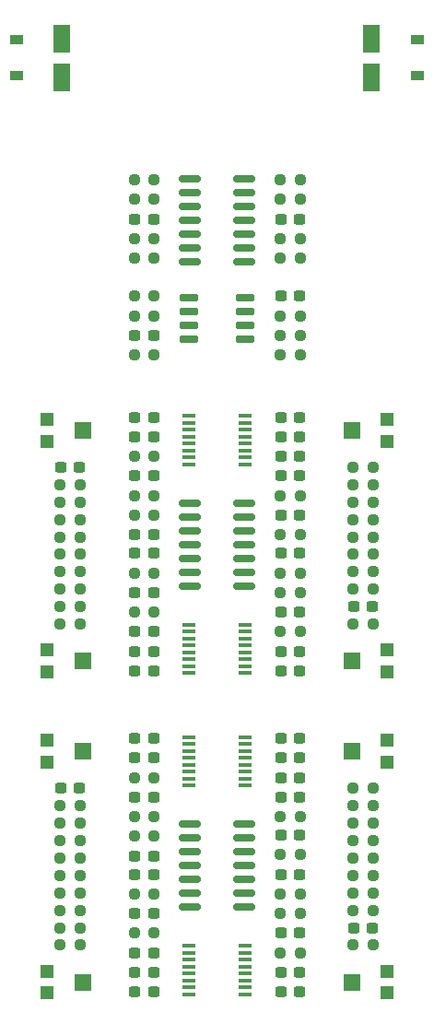
<source format=gbr>
%TF.GenerationSoftware,KiCad,Pcbnew,(6.0.11)*%
%TF.CreationDate,2023-03-01T18:17:23+00:00*%
%TF.ProjectId,Quilter_Components,5175696c-7465-4725-9f43-6f6d706f6e65,rev?*%
%TF.SameCoordinates,Original*%
%TF.FileFunction,Paste,Top*%
%TF.FilePolarity,Positive*%
%FSLAX46Y46*%
G04 Gerber Fmt 4.6, Leading zero omitted, Abs format (unit mm)*
G04 Created by KiCad (PCBNEW (6.0.11)) date 2023-03-01 18:17:23*
%MOMM*%
%LPD*%
G01*
G04 APERTURE LIST*
G04 Aperture macros list*
%AMRoundRect*
0 Rectangle with rounded corners*
0 $1 Rounding radius*
0 $2 $3 $4 $5 $6 $7 $8 $9 X,Y pos of 4 corners*
0 Add a 4 corners polygon primitive as box body*
4,1,4,$2,$3,$4,$5,$6,$7,$8,$9,$2,$3,0*
0 Add four circle primitives for the rounded corners*
1,1,$1+$1,$2,$3*
1,1,$1+$1,$4,$5*
1,1,$1+$1,$6,$7*
1,1,$1+$1,$8,$9*
0 Add four rect primitives between the rounded corners*
20,1,$1+$1,$2,$3,$4,$5,0*
20,1,$1+$1,$4,$5,$6,$7,0*
20,1,$1+$1,$6,$7,$8,$9,0*
20,1,$1+$1,$8,$9,$2,$3,0*%
G04 Aperture macros list end*
%ADD10RoundRect,0.237500X0.300000X0.237500X-0.300000X0.237500X-0.300000X-0.237500X0.300000X-0.237500X0*%
%ADD11RoundRect,0.150000X0.825000X0.150000X-0.825000X0.150000X-0.825000X-0.150000X0.825000X-0.150000X0*%
%ADD12RoundRect,0.237500X0.250000X0.237500X-0.250000X0.237500X-0.250000X-0.237500X0.250000X-0.237500X0*%
%ADD13R,1.200000X1.200000*%
%ADD14R,1.500000X1.600000*%
%ADD15RoundRect,0.237500X-0.300000X-0.237500X0.300000X-0.237500X0.300000X0.237500X-0.300000X0.237500X0*%
%ADD16R,1.200000X0.900000*%
%ADD17RoundRect,0.237500X-0.250000X-0.237500X0.250000X-0.237500X0.250000X0.237500X-0.250000X0.237500X0*%
%ADD18RoundRect,0.150000X-0.825000X-0.150000X0.825000X-0.150000X0.825000X0.150000X-0.825000X0.150000X0*%
%ADD19RoundRect,0.250000X0.550000X-1.050000X0.550000X1.050000X-0.550000X1.050000X-0.550000X-1.050000X0*%
%ADD20R,1.200000X0.400000*%
%ADD21RoundRect,0.150000X0.725000X0.150000X-0.725000X0.150000X-0.725000X-0.150000X0.725000X-0.150000X0*%
G04 APERTURE END LIST*
D10*
%TO.C,C33*%
X64362500Y-137600000D03*
X62637500Y-137600000D03*
%TD*%
D11*
%TO.C,U2*%
X72675000Y-74110000D03*
X72675000Y-72840000D03*
X72675000Y-71570000D03*
X72675000Y-70300000D03*
X72675000Y-69030000D03*
X72675000Y-67760000D03*
X72675000Y-66490000D03*
X67725000Y-66490000D03*
X67725000Y-67760000D03*
X67725000Y-69030000D03*
X67725000Y-70300000D03*
X67725000Y-71570000D03*
X67725000Y-72840000D03*
X67725000Y-74110000D03*
%TD*%
D12*
%TO.C,R44*%
X57612500Y-133700000D03*
X55787500Y-133700000D03*
%TD*%
%TO.C,R23*%
X57612500Y-96200000D03*
X55787500Y-96200000D03*
%TD*%
D13*
%TO.C,FREQ_OFFSET2*%
X85800000Y-111800000D03*
D14*
X82550000Y-110800000D03*
D13*
X85800000Y-109800000D03*
%TD*%
D15*
%TO.C,C4*%
X76037500Y-70187500D03*
X77762500Y-70187500D03*
%TD*%
D16*
%TO.C,D1*%
X88600000Y-57050000D03*
X88600000Y-53750000D03*
%TD*%
D17*
%TO.C,R53*%
X55787500Y-124100000D03*
X57612500Y-124100000D03*
%TD*%
D15*
%TO.C,C38*%
X76037500Y-90200000D03*
X77762500Y-90200000D03*
%TD*%
D12*
%TO.C,R65*%
X84512500Y-133700000D03*
X82687500Y-133700000D03*
%TD*%
D10*
%TO.C,C45*%
X64362500Y-128700000D03*
X62637500Y-128700000D03*
%TD*%
D17*
%TO.C,R58*%
X82687500Y-132100000D03*
X84512500Y-132100000D03*
%TD*%
D15*
%TO.C,C10*%
X76037500Y-97400000D03*
X77762500Y-97400000D03*
%TD*%
%TO.C,C14*%
X76037500Y-109900000D03*
X77762500Y-109900000D03*
%TD*%
D13*
%TO.C,FREQ_OFFSET4*%
X85800000Y-141300000D03*
D14*
X82550000Y-140300000D03*
D13*
X85800000Y-139300000D03*
%TD*%
D12*
%TO.C,R35*%
X77812500Y-102700000D03*
X75987500Y-102700000D03*
%TD*%
D17*
%TO.C,R2*%
X75987500Y-79087500D03*
X77812500Y-79087500D03*
%TD*%
D15*
%TO.C,C30*%
X76037500Y-139400000D03*
X77762500Y-139400000D03*
%TD*%
D10*
%TO.C,C3*%
X64362500Y-80887500D03*
X62637500Y-80887500D03*
%TD*%
D17*
%TO.C,R21*%
X55787500Y-97800000D03*
X57612500Y-97800000D03*
%TD*%
D10*
%TO.C,C28*%
X77762500Y-117900000D03*
X76037500Y-117900000D03*
%TD*%
D12*
%TO.C,R42*%
X77812500Y-125100000D03*
X75987500Y-125100000D03*
%TD*%
D15*
%TO.C,C15*%
X76037500Y-111700000D03*
X77762500Y-111700000D03*
%TD*%
D13*
%TO.C,V_OCT4*%
X85800000Y-120100000D03*
D14*
X82550000Y-119100000D03*
D13*
X85800000Y-118100000D03*
%TD*%
D15*
%TO.C,C31*%
X76037500Y-141200000D03*
X77762500Y-141200000D03*
%TD*%
D10*
%TO.C,C11*%
X57562500Y-93000000D03*
X55837500Y-93000000D03*
%TD*%
D17*
%TO.C,R37*%
X75987500Y-104500000D03*
X77812500Y-104500000D03*
%TD*%
%TO.C,R57*%
X82687500Y-128900000D03*
X84512500Y-128900000D03*
%TD*%
D12*
%TO.C,R50*%
X64412500Y-126900000D03*
X62587500Y-126900000D03*
%TD*%
D15*
%TO.C,C9*%
X76037500Y-92000000D03*
X77762500Y-92000000D03*
%TD*%
D17*
%TO.C,R51*%
X75987500Y-128600000D03*
X77812500Y-128600000D03*
%TD*%
%TO.C,R27*%
X55787500Y-94600000D03*
X57612500Y-94600000D03*
%TD*%
%TO.C,R33*%
X82687500Y-96200000D03*
X84512500Y-96200000D03*
%TD*%
D12*
%TO.C,R9*%
X64412500Y-68387500D03*
X62587500Y-68387500D03*
%TD*%
%TO.C,R13*%
X64412500Y-66587500D03*
X62587500Y-66587500D03*
%TD*%
%TO.C,R46*%
X57612500Y-128900000D03*
X55787500Y-128900000D03*
%TD*%
%TO.C,R22*%
X64412500Y-95600000D03*
X62587500Y-95600000D03*
%TD*%
D18*
%TO.C,U4*%
X67725000Y-125790000D03*
X67725000Y-127060000D03*
X67725000Y-128330000D03*
X67725000Y-129600000D03*
X67725000Y-130870000D03*
X67725000Y-132140000D03*
X67725000Y-133410000D03*
X72675000Y-133410000D03*
X72675000Y-132140000D03*
X72675000Y-130870000D03*
X72675000Y-129600000D03*
X72675000Y-128330000D03*
X72675000Y-127060000D03*
X72675000Y-125790000D03*
%TD*%
D19*
%TO.C,C2*%
X55900000Y-57200000D03*
X55900000Y-53600000D03*
%TD*%
D15*
%TO.C,C22*%
X62637500Y-119700000D03*
X64362500Y-119700000D03*
%TD*%
D10*
%TO.C,C17*%
X64362500Y-108100000D03*
X62637500Y-108100000D03*
%TD*%
%TO.C,C40*%
X64362500Y-93800000D03*
X62637500Y-93800000D03*
%TD*%
%TO.C,C19*%
X84462500Y-105800000D03*
X82737500Y-105800000D03*
%TD*%
D12*
%TO.C,R38*%
X64412500Y-102700000D03*
X62587500Y-102700000D03*
%TD*%
%TO.C,R18*%
X57612500Y-104200000D03*
X55787500Y-104200000D03*
%TD*%
D13*
%TO.C,V_OCT3*%
X54600000Y-118100000D03*
D14*
X57850000Y-119100000D03*
D13*
X54600000Y-120100000D03*
%TD*%
D12*
%TO.C,R16*%
X77812500Y-95600000D03*
X75987500Y-95600000D03*
%TD*%
%TO.C,R10*%
X64412500Y-71987500D03*
X62587500Y-71987500D03*
%TD*%
D13*
%TO.C,V_OCT1*%
X54600000Y-88600000D03*
D14*
X57850000Y-89600000D03*
D13*
X54600000Y-90600000D03*
%TD*%
D10*
%TO.C,C18*%
X64362500Y-100900000D03*
X62637500Y-100900000D03*
%TD*%
D17*
%TO.C,R62*%
X75987500Y-137600000D03*
X77812500Y-137600000D03*
%TD*%
D12*
%TO.C,R34*%
X84512500Y-99400000D03*
X82687500Y-99400000D03*
%TD*%
%TO.C,R69*%
X57612500Y-132100000D03*
X55787500Y-132100000D03*
%TD*%
D16*
%TO.C,D2*%
X51800000Y-53750000D03*
X51800000Y-57050000D03*
%TD*%
D12*
%TO.C,R19*%
X57612500Y-102600000D03*
X55787500Y-102600000D03*
%TD*%
%TO.C,R64*%
X64412500Y-132200000D03*
X62587500Y-132200000D03*
%TD*%
D15*
%TO.C,C21*%
X76037500Y-123300000D03*
X77762500Y-123300000D03*
%TD*%
%TO.C,C5*%
X76037500Y-77287500D03*
X77762500Y-77287500D03*
%TD*%
D20*
%TO.C,U7*%
X67600000Y-107477500D03*
X67600000Y-108112500D03*
X67600000Y-108747500D03*
X67600000Y-109382500D03*
X67600000Y-110017500D03*
X67600000Y-110652500D03*
X67600000Y-111287500D03*
X67600000Y-111922500D03*
X72800000Y-111922500D03*
X72800000Y-111287500D03*
X72800000Y-110652500D03*
X72800000Y-110017500D03*
X72800000Y-109382500D03*
X72800000Y-108747500D03*
X72800000Y-108112500D03*
X72800000Y-107477500D03*
%TD*%
D17*
%TO.C,R68*%
X82687500Y-102600000D03*
X84512500Y-102600000D03*
%TD*%
D10*
%TO.C,C34*%
X64362500Y-130400000D03*
X62637500Y-130400000D03*
%TD*%
D17*
%TO.C,R36*%
X75987500Y-108100000D03*
X77812500Y-108100000D03*
%TD*%
D12*
%TO.C,R3*%
X64412500Y-77287500D03*
X62587500Y-77287500D03*
%TD*%
D17*
%TO.C,R6*%
X75987500Y-82687500D03*
X77812500Y-82687500D03*
%TD*%
D12*
%TO.C,R56*%
X57612500Y-135300000D03*
X55787500Y-135300000D03*
%TD*%
D17*
%TO.C,R52*%
X62587500Y-121500000D03*
X64412500Y-121500000D03*
%TD*%
D20*
%TO.C,U10*%
X67600000Y-136977500D03*
X67600000Y-137612500D03*
X67600000Y-138247500D03*
X67600000Y-138882500D03*
X67600000Y-139517500D03*
X67600000Y-140152500D03*
X67600000Y-140787500D03*
X67600000Y-141422500D03*
X72800000Y-141422500D03*
X72800000Y-140787500D03*
X72800000Y-140152500D03*
X72800000Y-139517500D03*
X72800000Y-138882500D03*
X72800000Y-138247500D03*
X72800000Y-137612500D03*
X72800000Y-136977500D03*
%TD*%
D17*
%TO.C,R7*%
X75987500Y-71987500D03*
X77812500Y-71987500D03*
%TD*%
D12*
%TO.C,R67*%
X57612500Y-99400000D03*
X55787500Y-99400000D03*
%TD*%
%TO.C,R54*%
X57612500Y-136900000D03*
X55787500Y-136900000D03*
%TD*%
D15*
%TO.C,C24*%
X76037500Y-119700000D03*
X77762500Y-119700000D03*
%TD*%
D17*
%TO.C,R12*%
X75987500Y-66587500D03*
X77812500Y-66587500D03*
%TD*%
%TO.C,R26*%
X62587500Y-92000000D03*
X64412500Y-92000000D03*
%TD*%
D12*
%TO.C,R20*%
X57612500Y-101000000D03*
X55787500Y-101000000D03*
%TD*%
D17*
%TO.C,R8*%
X75987500Y-68387500D03*
X77812500Y-68387500D03*
%TD*%
D15*
%TO.C,C25*%
X76037500Y-121500000D03*
X77762500Y-121500000D03*
%TD*%
D12*
%TO.C,R28*%
X57612500Y-107400000D03*
X55787500Y-107400000D03*
%TD*%
D15*
%TO.C,C37*%
X76037500Y-93800000D03*
X77762500Y-93800000D03*
%TD*%
D20*
%TO.C,U5*%
X72800000Y-92722500D03*
X72800000Y-92087500D03*
X72800000Y-91452500D03*
X72800000Y-90817500D03*
X72800000Y-90182500D03*
X72800000Y-89547500D03*
X72800000Y-88912500D03*
X72800000Y-88277500D03*
X67600000Y-88277500D03*
X67600000Y-88912500D03*
X67600000Y-89547500D03*
X67600000Y-90182500D03*
X67600000Y-90817500D03*
X67600000Y-91452500D03*
X67600000Y-92087500D03*
X67600000Y-92722500D03*
%TD*%
D17*
%TO.C,R55*%
X62575000Y-135800000D03*
X64400000Y-135800000D03*
%TD*%
%TO.C,R41*%
X82687500Y-124100000D03*
X84512500Y-124100000D03*
%TD*%
D15*
%TO.C,C46*%
X76037500Y-135800000D03*
X77762500Y-135800000D03*
%TD*%
D17*
%TO.C,R70*%
X82687500Y-130500000D03*
X84512500Y-130500000D03*
%TD*%
D15*
%TO.C,C36*%
X62637500Y-141200000D03*
X64362500Y-141200000D03*
%TD*%
D10*
%TO.C,C12*%
X77762500Y-88400000D03*
X76037500Y-88400000D03*
%TD*%
D20*
%TO.C,U9*%
X72800000Y-122222500D03*
X72800000Y-121587500D03*
X72800000Y-120952500D03*
X72800000Y-120317500D03*
X72800000Y-119682500D03*
X72800000Y-119047500D03*
X72800000Y-118412500D03*
X72800000Y-117777500D03*
X67600000Y-117777500D03*
X67600000Y-118412500D03*
X67600000Y-119047500D03*
X67600000Y-119682500D03*
X67600000Y-120317500D03*
X67600000Y-120952500D03*
X67600000Y-121587500D03*
X67600000Y-122222500D03*
%TD*%
D17*
%TO.C,R32*%
X82687500Y-101000000D03*
X84512500Y-101000000D03*
%TD*%
D12*
%TO.C,R48*%
X64412500Y-125100000D03*
X62587500Y-125100000D03*
%TD*%
D10*
%TO.C,C27*%
X57562500Y-122500000D03*
X55837500Y-122500000D03*
%TD*%
D12*
%TO.C,R30*%
X57612500Y-105800000D03*
X55787500Y-105800000D03*
%TD*%
D13*
%TO.C,FREQ_OFFSET3*%
X54600000Y-139300000D03*
D14*
X57850000Y-140300000D03*
D13*
X54600000Y-141300000D03*
%TD*%
D12*
%TO.C,R40*%
X84512500Y-107400000D03*
X82687500Y-107400000D03*
%TD*%
D13*
%TO.C,FREQ_OFFSET1*%
X54600000Y-109800000D03*
D14*
X57850000Y-110800000D03*
D13*
X54600000Y-111800000D03*
%TD*%
D10*
%TO.C,C44*%
X64362500Y-123300000D03*
X62637500Y-123300000D03*
%TD*%
%TO.C,C8*%
X64362500Y-70187500D03*
X62637500Y-70187500D03*
%TD*%
D18*
%TO.C,U3*%
X67725000Y-96290000D03*
X67725000Y-97560000D03*
X67725000Y-98830000D03*
X67725000Y-100100000D03*
X67725000Y-101370000D03*
X67725000Y-102640000D03*
X67725000Y-103910000D03*
X72675000Y-103910000D03*
X72675000Y-102640000D03*
X72675000Y-101370000D03*
X72675000Y-100100000D03*
X72675000Y-98830000D03*
X72675000Y-97560000D03*
X72675000Y-96290000D03*
%TD*%
D12*
%TO.C,R66*%
X84512500Y-136900000D03*
X82687500Y-136900000D03*
%TD*%
D17*
%TO.C,R4*%
X75987500Y-80887500D03*
X77812500Y-80887500D03*
%TD*%
D15*
%TO.C,C41*%
X76037500Y-130400000D03*
X77762500Y-130400000D03*
%TD*%
D17*
%TO.C,R59*%
X82687500Y-127300000D03*
X84512500Y-127300000D03*
%TD*%
D10*
%TO.C,C43*%
X64362500Y-99200000D03*
X62637500Y-99200000D03*
%TD*%
D12*
%TO.C,R1*%
X64412500Y-82687500D03*
X62587500Y-82687500D03*
%TD*%
D10*
%TO.C,C16*%
X64362500Y-109900000D03*
X62637500Y-109900000D03*
%TD*%
D17*
%TO.C,R25*%
X75987500Y-99200000D03*
X77812500Y-99200000D03*
%TD*%
D13*
%TO.C,V_OCT2*%
X85800000Y-90600000D03*
D14*
X82550000Y-89600000D03*
D13*
X85800000Y-88600000D03*
%TD*%
D17*
%TO.C,R47*%
X55787500Y-127300000D03*
X57612500Y-127300000D03*
%TD*%
D10*
%TO.C,C13*%
X64362500Y-104500000D03*
X62637500Y-104500000D03*
%TD*%
D12*
%TO.C,R14*%
X64412500Y-73787500D03*
X62587500Y-73787500D03*
%TD*%
D17*
%TO.C,R15*%
X82687500Y-94600000D03*
X84512500Y-94600000D03*
%TD*%
%TO.C,R17*%
X82687500Y-93000000D03*
X84512500Y-93000000D03*
%TD*%
D12*
%TO.C,R24*%
X64412500Y-97400000D03*
X62587500Y-97400000D03*
%TD*%
D15*
%TO.C,C6*%
X62637500Y-90200000D03*
X64362500Y-90200000D03*
%TD*%
%TO.C,C23*%
X62637500Y-117900000D03*
X64362500Y-117900000D03*
%TD*%
D17*
%TO.C,R31*%
X82687500Y-97800000D03*
X84512500Y-97800000D03*
%TD*%
D12*
%TO.C,R39*%
X84512500Y-104200000D03*
X82687500Y-104200000D03*
%TD*%
D15*
%TO.C,C26*%
X76037500Y-126800000D03*
X77762500Y-126800000D03*
%TD*%
D17*
%TO.C,R43*%
X82687500Y-122500000D03*
X84512500Y-122500000D03*
%TD*%
D19*
%TO.C,C1*%
X84400000Y-57200000D03*
X84400000Y-53600000D03*
%TD*%
D15*
%TO.C,C42*%
X76037500Y-106300000D03*
X77762500Y-106300000D03*
%TD*%
D12*
%TO.C,R61*%
X77812500Y-132200000D03*
X75987500Y-132200000D03*
%TD*%
D10*
%TO.C,C32*%
X64362500Y-139400000D03*
X62637500Y-139400000D03*
%TD*%
D12*
%TO.C,R60*%
X84512500Y-125700000D03*
X82687500Y-125700000D03*
%TD*%
%TO.C,R5*%
X64412500Y-79087500D03*
X62587500Y-79087500D03*
%TD*%
%TO.C,R49*%
X57612500Y-125700000D03*
X55787500Y-125700000D03*
%TD*%
D15*
%TO.C,C7*%
X62637500Y-88400000D03*
X64362500Y-88400000D03*
%TD*%
D17*
%TO.C,R29*%
X62575000Y-106300000D03*
X64400000Y-106300000D03*
%TD*%
%TO.C,R11*%
X75987500Y-73787500D03*
X77812500Y-73787500D03*
%TD*%
%TO.C,R63*%
X75987500Y-134000000D03*
X77812500Y-134000000D03*
%TD*%
D10*
%TO.C,C29*%
X64362500Y-134000000D03*
X62637500Y-134000000D03*
%TD*%
D15*
%TO.C,C39*%
X76037500Y-100900000D03*
X77762500Y-100900000D03*
%TD*%
%TO.C,C20*%
X62637500Y-111700000D03*
X64362500Y-111700000D03*
%TD*%
D12*
%TO.C,R45*%
X57612500Y-130500000D03*
X55787500Y-130500000D03*
%TD*%
D21*
%TO.C,U1*%
X72775000Y-81192500D03*
X72775000Y-79922500D03*
X72775000Y-78652500D03*
X72775000Y-77382500D03*
X67625000Y-77382500D03*
X67625000Y-78652500D03*
X67625000Y-79922500D03*
X67625000Y-81192500D03*
%TD*%
D10*
%TO.C,C35*%
X84462500Y-135300000D03*
X82737500Y-135300000D03*
%TD*%
M02*

</source>
